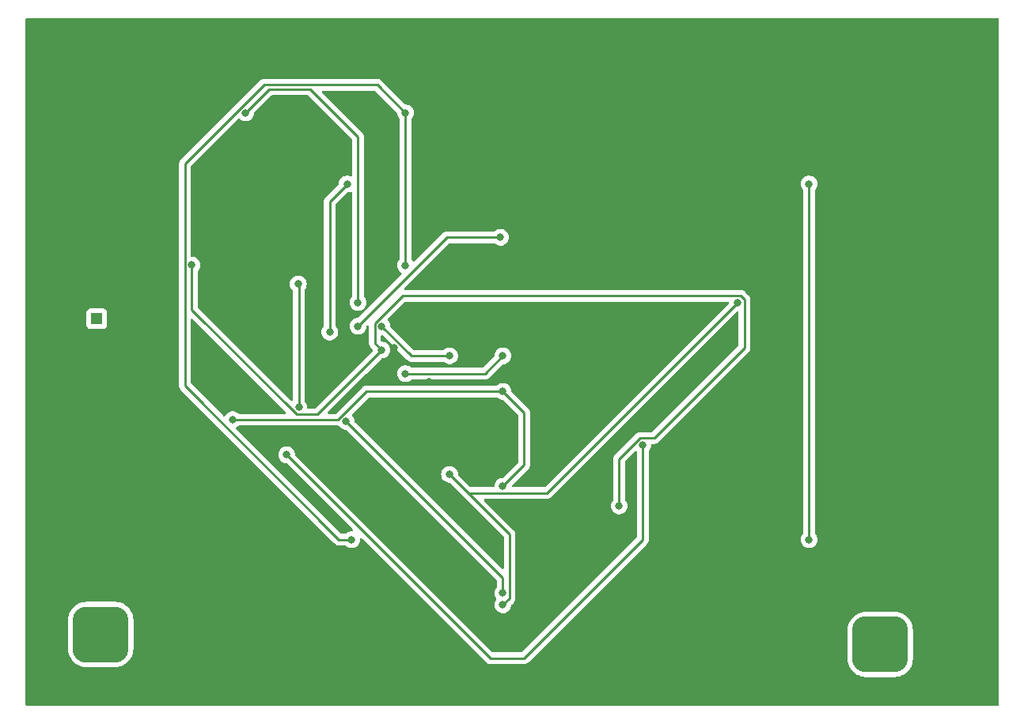
<source format=gbl>
%TF.GenerationSoftware,KiCad,Pcbnew,7.0.2*%
%TF.CreationDate,2023-06-26T22:08:20-07:00*%
%TF.ProjectId,19V 10A Standalone,31395620-3130-4412-9053-74616e64616c,rev?*%
%TF.SameCoordinates,Original*%
%TF.FileFunction,Copper,L2,Bot*%
%TF.FilePolarity,Positive*%
%FSLAX46Y46*%
G04 Gerber Fmt 4.6, Leading zero omitted, Abs format (unit mm)*
G04 Created by KiCad (PCBNEW 7.0.2) date 2023-06-26 22:08:20*
%MOMM*%
%LPD*%
G01*
G04 APERTURE LIST*
G04 Aperture macros list*
%AMRoundRect*
0 Rectangle with rounded corners*
0 $1 Rounding radius*
0 $2 $3 $4 $5 $6 $7 $8 $9 X,Y pos of 4 corners*
0 Add a 4 corners polygon primitive as box body*
4,1,4,$2,$3,$4,$5,$6,$7,$8,$9,$2,$3,0*
0 Add four circle primitives for the rounded corners*
1,1,$1+$1,$2,$3*
1,1,$1+$1,$4,$5*
1,1,$1+$1,$6,$7*
1,1,$1+$1,$8,$9*
0 Add four rect primitives between the rounded corners*
20,1,$1+$1,$2,$3,$4,$5,0*
20,1,$1+$1,$4,$5,$6,$7,0*
20,1,$1+$1,$6,$7,$8,$9,0*
20,1,$1+$1,$8,$9,$2,$3,0*%
G04 Aperture macros list end*
%TA.AperFunction,ComponentPad*%
%ADD10R,1.200000X1.200000*%
%TD*%
%TA.AperFunction,ComponentPad*%
%ADD11C,1.200000*%
%TD*%
%TA.AperFunction,ComponentPad*%
%ADD12RoundRect,1.500000X1.500000X-1.500000X1.500000X1.500000X-1.500000X1.500000X-1.500000X-1.500000X0*%
%TD*%
%TA.AperFunction,ComponentPad*%
%ADD13C,6.000000*%
%TD*%
%TA.AperFunction,ComponentPad*%
%ADD14RoundRect,1.500000X-1.500000X-1.500000X1.500000X-1.500000X1.500000X1.500000X-1.500000X1.500000X0*%
%TD*%
%TA.AperFunction,ViaPad*%
%ADD15C,0.800000*%
%TD*%
%TA.AperFunction,Conductor*%
%ADD16C,0.250000*%
%TD*%
G04 APERTURE END LIST*
D10*
X96520000Y-67790000D03*
D11*
X96520000Y-64290000D03*
D12*
X180340000Y-102660000D03*
D13*
X180340000Y-95460000D03*
D14*
X96940000Y-101600000D03*
D13*
X104140000Y-101600000D03*
D15*
X123774200Y-91440000D03*
X129540000Y-45720000D03*
X129540000Y-62057085D03*
X119500000Y-80250000D03*
X116867155Y-74814087D03*
X137160000Y-50800000D03*
X119380000Y-76200000D03*
X145000000Y-70500000D03*
X138500000Y-80250000D03*
X128287980Y-70892579D03*
X139700000Y-43180000D03*
X153750000Y-73250000D03*
X139700000Y-50800000D03*
X160500000Y-67000000D03*
X132066422Y-74569692D03*
X123000000Y-81000000D03*
X134620000Y-53340000D03*
X131750000Y-85750000D03*
X109000000Y-72000000D03*
X144250000Y-59500000D03*
X129250000Y-80500000D03*
X139700000Y-48260000D03*
X124460000Y-66040000D03*
X112445800Y-45720000D03*
X134264400Y-71755000D03*
X127000000Y-68580000D03*
X172720000Y-91440000D03*
X172720000Y-53340000D03*
X152400000Y-87835000D03*
X127000000Y-71120000D03*
X106680000Y-62037500D03*
X118072275Y-64050123D03*
X118133054Y-77256236D03*
X139966700Y-75565000D03*
X111055842Y-78593300D03*
X139966700Y-85725000D03*
X139966700Y-97155000D03*
X123198384Y-78769339D03*
X139966700Y-71755000D03*
X129540000Y-73660000D03*
X139700000Y-59055000D03*
X124460000Y-68580000D03*
X121450561Y-69203126D03*
X123320000Y-53340000D03*
X154940000Y-81280000D03*
X116840000Y-82357500D03*
X134264400Y-84455000D03*
X165100000Y-66040000D03*
X139966700Y-98425000D03*
D16*
X123774200Y-91440000D02*
X122432000Y-91440000D01*
X105955000Y-74963000D02*
X105955000Y-51185495D01*
X114410495Y-42730000D02*
X126550000Y-42730000D01*
X105955000Y-51185495D02*
X114410495Y-42730000D01*
X126550000Y-42730000D02*
X129540000Y-45720000D01*
X129540000Y-62057085D02*
X129540000Y-45720000D01*
X122432000Y-91440000D02*
X105955000Y-74963000D01*
X124460000Y-66040000D02*
X124460000Y-48260000D01*
X119380000Y-43180000D02*
X114985800Y-43180000D01*
X114985800Y-43180000D02*
X112445800Y-45720000D01*
X124460000Y-48260000D02*
X119380000Y-43180000D01*
X134264400Y-71755000D02*
X130175000Y-71755000D01*
X130175000Y-71755000D02*
X127000000Y-68580000D01*
X172720000Y-91440000D02*
X172720000Y-53340000D01*
X106680000Y-62037500D02*
X106680000Y-66828487D01*
X129239695Y-65315000D02*
X126275000Y-68279695D01*
X126275000Y-70395000D02*
X127000000Y-71120000D01*
X165825000Y-65739695D02*
X165400305Y-65315000D01*
X152400000Y-87835000D02*
X152400000Y-82794695D01*
X156177653Y-80555000D02*
X165825000Y-70907653D01*
X117895852Y-78044339D02*
X120075661Y-78044339D01*
X106680000Y-66828487D02*
X117895852Y-78044339D01*
X120075661Y-78044339D02*
X127000000Y-71120000D01*
X165400305Y-65315000D02*
X129239695Y-65315000D01*
X152400000Y-82794695D02*
X154639695Y-80555000D01*
X126275000Y-68279695D02*
X126275000Y-70395000D01*
X154639695Y-80555000D02*
X156177653Y-80555000D01*
X165825000Y-70907653D02*
X165825000Y-65739695D01*
X118133054Y-64110902D02*
X118133054Y-77256236D01*
X118072275Y-64050123D02*
X118133054Y-64110902D01*
X142240000Y-77838300D02*
X142240000Y-83451700D01*
X111055842Y-78593300D02*
X122349118Y-78593300D01*
X142240000Y-83451700D02*
X139966700Y-85725000D01*
X122349118Y-78593300D02*
X125377418Y-75565000D01*
X139966700Y-75565000D02*
X142240000Y-77838300D01*
X125377418Y-75565000D02*
X139966700Y-75565000D01*
X139966700Y-95537655D02*
X139966700Y-97155000D01*
X123198384Y-78769339D02*
X139966700Y-95537655D01*
X129540000Y-73660000D02*
X138061700Y-73660000D01*
X138061700Y-73660000D02*
X139966700Y-71755000D01*
X133985000Y-59055000D02*
X139700000Y-59055000D01*
X124460000Y-68580000D02*
X133985000Y-59055000D01*
X121450561Y-55209439D02*
X121450561Y-69203126D01*
X123320000Y-53340000D02*
X121450561Y-55209439D01*
X116840000Y-82357500D02*
X138622500Y-104140000D01*
X142240000Y-104140000D02*
X154940000Y-91440000D01*
X154940000Y-91440000D02*
X154940000Y-81280000D01*
X138622500Y-104140000D02*
X142240000Y-104140000D01*
X140691700Y-90882300D02*
X134264400Y-84455000D01*
X165100000Y-66040000D02*
X144690000Y-86450000D01*
X139966700Y-98425000D02*
X140691700Y-97700000D01*
X140691700Y-97700000D02*
X140691700Y-90882300D01*
X144690000Y-86450000D02*
X136259400Y-86450000D01*
X136259400Y-86450000D02*
X134264400Y-84455000D01*
%TA.AperFunction,Conductor*%
G36*
X126306587Y-43375185D02*
G01*
X126327229Y-43391819D01*
X128601038Y-45665628D01*
X128634523Y-45726951D01*
X128636678Y-45740347D01*
X128654326Y-45908257D01*
X128712820Y-46088284D01*
X128807464Y-46252213D01*
X128882650Y-46335714D01*
X128912880Y-46398706D01*
X128914500Y-46418687D01*
X128914500Y-61358397D01*
X128894815Y-61425436D01*
X128882650Y-61441369D01*
X128807466Y-61524868D01*
X128712820Y-61688800D01*
X128654326Y-61868827D01*
X128634540Y-62057084D01*
X128654326Y-62245342D01*
X128712820Y-62425369D01*
X128807466Y-62589301D01*
X128934129Y-62729974D01*
X129097813Y-62848897D01*
X129095806Y-62851659D01*
X129132680Y-62882997D01*
X129153006Y-62949845D01*
X129133965Y-63017070D01*
X129116693Y-63038714D01*
X124512228Y-67643181D01*
X124450905Y-67676666D01*
X124424547Y-67679500D01*
X124365352Y-67679500D01*
X124180197Y-67718855D01*
X124007269Y-67795848D01*
X123854129Y-67907110D01*
X123727466Y-68047783D01*
X123632820Y-68211715D01*
X123574326Y-68391742D01*
X123554540Y-68580000D01*
X123574326Y-68768257D01*
X123632820Y-68948284D01*
X123727466Y-69112216D01*
X123854129Y-69252889D01*
X124007269Y-69364151D01*
X124180197Y-69441144D01*
X124365352Y-69480500D01*
X124365354Y-69480500D01*
X124554648Y-69480500D01*
X124678084Y-69454262D01*
X124739803Y-69441144D01*
X124912730Y-69364151D01*
X125065871Y-69252888D01*
X125192533Y-69112216D01*
X125287179Y-68948284D01*
X125345674Y-68768256D01*
X125363321Y-68600345D01*
X125389905Y-68535732D01*
X125398952Y-68525636D01*
X125437820Y-68486768D01*
X125499141Y-68453285D01*
X125568833Y-68458269D01*
X125624766Y-68500141D01*
X125649183Y-68565605D01*
X125649499Y-68574451D01*
X125649499Y-70312262D01*
X125647236Y-70332771D01*
X125649438Y-70402874D01*
X125649499Y-70406762D01*
X125649499Y-70430461D01*
X125649499Y-70430474D01*
X125649500Y-70434350D01*
X125649986Y-70438202D01*
X125649987Y-70438211D01*
X125650004Y-70438343D01*
X125650918Y-70449967D01*
X125652290Y-70493626D01*
X125657879Y-70512860D01*
X125661825Y-70531916D01*
X125664335Y-70551792D01*
X125680414Y-70592404D01*
X125684197Y-70603451D01*
X125696382Y-70645391D01*
X125706580Y-70662635D01*
X125715136Y-70680100D01*
X125722514Y-70698732D01*
X125722515Y-70698733D01*
X125748180Y-70734059D01*
X125754593Y-70743822D01*
X125776826Y-70781416D01*
X125776829Y-70781419D01*
X125776830Y-70781420D01*
X125790995Y-70795585D01*
X125803627Y-70810375D01*
X125815406Y-70826587D01*
X125849058Y-70854426D01*
X125857699Y-70862289D01*
X126027727Y-71032318D01*
X126061212Y-71093641D01*
X126056228Y-71163333D01*
X126027727Y-71207680D01*
X119852889Y-77382520D01*
X119791566Y-77416005D01*
X119765208Y-77418839D01*
X119159140Y-77418839D01*
X119092101Y-77399154D01*
X119046346Y-77346350D01*
X119035819Y-77281879D01*
X119038514Y-77256236D01*
X119038513Y-77256236D01*
X119018728Y-77067980D01*
X118960233Y-76887952D01*
X118960233Y-76887951D01*
X118865587Y-76724019D01*
X118790404Y-76640520D01*
X118760174Y-76577529D01*
X118758554Y-76557548D01*
X118758554Y-64681308D01*
X118778239Y-64614269D01*
X118790406Y-64598334D01*
X118791000Y-64597674D01*
X118804808Y-64582339D01*
X118899454Y-64418407D01*
X118957949Y-64238379D01*
X118977735Y-64050123D01*
X118957949Y-63861867D01*
X118899454Y-63681839D01*
X118899454Y-63681838D01*
X118804808Y-63517906D01*
X118678145Y-63377233D01*
X118525005Y-63265971D01*
X118352077Y-63188978D01*
X118166923Y-63149623D01*
X118166921Y-63149623D01*
X117977629Y-63149623D01*
X117977627Y-63149623D01*
X117792472Y-63188978D01*
X117619544Y-63265971D01*
X117466404Y-63377233D01*
X117339741Y-63517906D01*
X117245095Y-63681838D01*
X117186601Y-63861865D01*
X117166815Y-64050123D01*
X117186601Y-64238380D01*
X117245095Y-64418407D01*
X117339741Y-64582339D01*
X117475125Y-64732697D01*
X117471794Y-64735695D01*
X117499071Y-64771014D01*
X117507554Y-64816089D01*
X117507554Y-76472088D01*
X117487869Y-76539127D01*
X117435065Y-76584882D01*
X117365907Y-76594826D01*
X117302351Y-76565801D01*
X117295873Y-76559769D01*
X107341819Y-66605715D01*
X107308334Y-66544392D01*
X107305500Y-66518034D01*
X107305500Y-62736187D01*
X107325185Y-62669148D01*
X107337350Y-62653214D01*
X107394898Y-62589301D01*
X107412533Y-62569716D01*
X107507179Y-62405784D01*
X107565674Y-62225756D01*
X107585460Y-62037500D01*
X107565674Y-61849244D01*
X107513543Y-61688801D01*
X107507179Y-61669215D01*
X107412533Y-61505283D01*
X107285870Y-61364610D01*
X107132730Y-61253348D01*
X106959802Y-61176355D01*
X106774648Y-61137000D01*
X106774646Y-61137000D01*
X106704500Y-61137000D01*
X106637461Y-61117315D01*
X106591706Y-61064511D01*
X106580500Y-61013000D01*
X106580499Y-51495946D01*
X106600184Y-51428907D01*
X106616813Y-51408270D01*
X111649111Y-46375972D01*
X111710432Y-46342489D01*
X111780124Y-46347473D01*
X111828940Y-46380683D01*
X111839929Y-46392888D01*
X111839931Y-46392890D01*
X111993069Y-46504151D01*
X112165997Y-46581144D01*
X112351152Y-46620500D01*
X112351154Y-46620500D01*
X112540448Y-46620500D01*
X112663884Y-46594262D01*
X112725603Y-46581144D01*
X112898530Y-46504151D01*
X113016162Y-46418687D01*
X113051670Y-46392889D01*
X113178333Y-46252216D01*
X113272979Y-46088284D01*
X113272978Y-46088284D01*
X113331474Y-45908256D01*
X113349121Y-45740344D01*
X113375704Y-45675734D01*
X113384751Y-45665638D01*
X115208571Y-43841819D01*
X115269895Y-43808334D01*
X115296253Y-43805500D01*
X119069548Y-43805500D01*
X119136587Y-43825185D01*
X119157229Y-43841819D01*
X123798180Y-48482771D01*
X123831665Y-48544094D01*
X123834499Y-48570452D01*
X123834500Y-52392406D01*
X123814815Y-52459445D01*
X123762011Y-52505200D01*
X123692853Y-52515144D01*
X123660065Y-52505686D01*
X123599800Y-52478854D01*
X123414648Y-52439500D01*
X123414646Y-52439500D01*
X123225354Y-52439500D01*
X123225352Y-52439500D01*
X123040197Y-52478855D01*
X122867269Y-52555848D01*
X122714129Y-52667110D01*
X122587466Y-52807783D01*
X122492820Y-52971715D01*
X122434326Y-53151742D01*
X122416679Y-53319649D01*
X122390094Y-53384263D01*
X122381039Y-53394368D01*
X121066769Y-54708638D01*
X121050671Y-54721535D01*
X121002657Y-54772664D01*
X120999953Y-54775455D01*
X120983189Y-54792219D01*
X120983182Y-54792226D01*
X120980441Y-54794968D01*
X120978060Y-54798036D01*
X120978051Y-54798047D01*
X120977972Y-54798150D01*
X120970403Y-54807011D01*
X120940496Y-54838859D01*
X120930846Y-54856413D01*
X120920170Y-54872667D01*
X120907887Y-54888502D01*
X120890536Y-54928597D01*
X120885399Y-54939083D01*
X120864363Y-54977346D01*
X120859382Y-54996748D01*
X120853081Y-55015150D01*
X120845122Y-55033541D01*
X120838289Y-55076681D01*
X120835921Y-55088113D01*
X120825061Y-55130416D01*
X120825061Y-55150455D01*
X120823534Y-55169853D01*
X120820401Y-55189633D01*
X120824511Y-55233112D01*
X120825061Y-55244782D01*
X120825061Y-68504438D01*
X120805376Y-68571477D01*
X120793211Y-68587410D01*
X120718027Y-68670909D01*
X120623381Y-68834841D01*
X120564887Y-69014868D01*
X120545101Y-69203126D01*
X120564887Y-69391383D01*
X120623381Y-69571410D01*
X120718027Y-69735342D01*
X120844690Y-69876015D01*
X120997830Y-69987277D01*
X121170758Y-70064270D01*
X121355913Y-70103626D01*
X121355915Y-70103626D01*
X121545209Y-70103626D01*
X121668644Y-70077388D01*
X121730364Y-70064270D01*
X121903291Y-69987277D01*
X122056432Y-69876014D01*
X122183094Y-69735342D01*
X122277740Y-69571410D01*
X122336235Y-69391382D01*
X122356021Y-69203126D01*
X122336235Y-69014870D01*
X122305893Y-68921489D01*
X122277740Y-68834841D01*
X122183094Y-68670909D01*
X122107911Y-68587410D01*
X122077681Y-68524419D01*
X122076061Y-68504438D01*
X122076061Y-55519891D01*
X122095746Y-55452852D01*
X122112380Y-55432210D01*
X123267772Y-54276819D01*
X123329095Y-54243334D01*
X123355453Y-54240500D01*
X123414648Y-54240500D01*
X123538084Y-54214262D01*
X123599803Y-54201144D01*
X123638224Y-54184037D01*
X123660064Y-54174314D01*
X123729314Y-54165029D01*
X123792590Y-54194657D01*
X123829804Y-54253791D01*
X123834500Y-54287593D01*
X123834499Y-65341312D01*
X123814814Y-65408351D01*
X123802650Y-65424284D01*
X123727464Y-65507786D01*
X123632820Y-65671715D01*
X123574326Y-65851742D01*
X123554540Y-66040000D01*
X123574326Y-66228257D01*
X123632820Y-66408284D01*
X123727466Y-66572216D01*
X123854129Y-66712889D01*
X124007269Y-66824151D01*
X124180197Y-66901144D01*
X124365352Y-66940500D01*
X124365354Y-66940500D01*
X124554648Y-66940500D01*
X124678084Y-66914262D01*
X124739803Y-66901144D01*
X124912730Y-66824151D01*
X125065870Y-66712889D01*
X125192533Y-66572216D01*
X125287179Y-66408284D01*
X125287178Y-66408284D01*
X125345674Y-66228256D01*
X125365460Y-66040000D01*
X125345674Y-65851744D01*
X125305449Y-65727944D01*
X125287179Y-65671715D01*
X125192533Y-65507783D01*
X125117350Y-65424284D01*
X125087120Y-65361293D01*
X125085500Y-65341312D01*
X125085500Y-48342743D01*
X125087764Y-48322239D01*
X125085561Y-48252126D01*
X125085500Y-48248231D01*
X125085500Y-48224540D01*
X125085500Y-48220650D01*
X125084998Y-48216677D01*
X125084080Y-48205018D01*
X125082709Y-48161373D01*
X125077120Y-48142140D01*
X125073174Y-48123082D01*
X125070664Y-48103206D01*
X125054588Y-48062604D01*
X125050804Y-48051553D01*
X125044881Y-48031168D01*
X125038618Y-48009610D01*
X125028414Y-47992355D01*
X125019861Y-47974895D01*
X125012486Y-47956269D01*
X125012486Y-47956268D01*
X124986808Y-47920925D01*
X124980401Y-47911171D01*
X124958169Y-47873579D01*
X124944006Y-47859416D01*
X124931367Y-47844617D01*
X124919595Y-47828413D01*
X124885941Y-47800573D01*
X124877299Y-47792709D01*
X120651772Y-43567181D01*
X120618287Y-43505858D01*
X120623271Y-43436166D01*
X120665143Y-43380233D01*
X120730607Y-43355816D01*
X120739453Y-43355500D01*
X126239548Y-43355500D01*
X126306587Y-43375185D01*
G37*
%TD.AperFunction*%
%TA.AperFunction,Conductor*%
G36*
X164082586Y-65960185D02*
G01*
X164128341Y-66012989D01*
X164138285Y-66082147D01*
X164109260Y-66145703D01*
X164103228Y-66152181D01*
X144467228Y-85788181D01*
X144405905Y-85821666D01*
X144379547Y-85824500D01*
X141051151Y-85824500D01*
X140984112Y-85804815D01*
X140938357Y-85752011D01*
X140928413Y-85682853D01*
X140957438Y-85619297D01*
X140963470Y-85612819D01*
X141788108Y-84788181D01*
X142623786Y-83952502D01*
X142639886Y-83939605D01*
X142641874Y-83937487D01*
X142641877Y-83937486D01*
X142687964Y-83888407D01*
X142690549Y-83885739D01*
X142710120Y-83866170D01*
X142712565Y-83863016D01*
X142720154Y-83854129D01*
X142750062Y-83822282D01*
X142759713Y-83804726D01*
X142770393Y-83788467D01*
X142782674Y-83772636D01*
X142800018Y-83732551D01*
X142805160Y-83722056D01*
X142826197Y-83683792D01*
X142831178Y-83664388D01*
X142837480Y-83645983D01*
X142845438Y-83627595D01*
X142852270Y-83584448D01*
X142854639Y-83573016D01*
X142865500Y-83530720D01*
X142865500Y-83510683D01*
X142867027Y-83491284D01*
X142870160Y-83471504D01*
X142866050Y-83428024D01*
X142865500Y-83416355D01*
X142865500Y-77921043D01*
X142867764Y-77900539D01*
X142865561Y-77830412D01*
X142865500Y-77826518D01*
X142865500Y-77802841D01*
X142865500Y-77798950D01*
X142864998Y-77794983D01*
X142864081Y-77783327D01*
X142862710Y-77739673D01*
X142857118Y-77720426D01*
X142853174Y-77701385D01*
X142850664Y-77681508D01*
X142834579Y-77640883D01*
X142830808Y-77629868D01*
X142818618Y-77587910D01*
X142808414Y-77570655D01*
X142799861Y-77553195D01*
X142792486Y-77534569D01*
X142792486Y-77534568D01*
X142766808Y-77499225D01*
X142760401Y-77489471D01*
X142738169Y-77451879D01*
X142724006Y-77437716D01*
X142711367Y-77422917D01*
X142699595Y-77406713D01*
X142665941Y-77378873D01*
X142657299Y-77371009D01*
X140905660Y-75619369D01*
X140872175Y-75558046D01*
X140870023Y-75544668D01*
X140852374Y-75376744D01*
X140810575Y-75248101D01*
X140793879Y-75196715D01*
X140699233Y-75032783D01*
X140572570Y-74892110D01*
X140419430Y-74780848D01*
X140246502Y-74703855D01*
X140061348Y-74664500D01*
X140061346Y-74664500D01*
X139872054Y-74664500D01*
X139872052Y-74664500D01*
X139686897Y-74703855D01*
X139513972Y-74780847D01*
X139411875Y-74855024D01*
X139360829Y-74892112D01*
X139355101Y-74898472D01*
X139295616Y-74935121D01*
X139262953Y-74939500D01*
X125460162Y-74939500D01*
X125439655Y-74937235D01*
X125369545Y-74939439D01*
X125365650Y-74939500D01*
X125338068Y-74939500D01*
X125334223Y-74939985D01*
X125334198Y-74939987D01*
X125334071Y-74940004D01*
X125322451Y-74940918D01*
X125278787Y-74942290D01*
X125259547Y-74947880D01*
X125240499Y-74951825D01*
X125220627Y-74954335D01*
X125180017Y-74970413D01*
X125168972Y-74974194D01*
X125127028Y-74986381D01*
X125109783Y-74996579D01*
X125092322Y-75005133D01*
X125073685Y-75012512D01*
X125038349Y-75038185D01*
X125028592Y-75044595D01*
X124990998Y-75066829D01*
X124976831Y-75080996D01*
X124962042Y-75093626D01*
X124945831Y-75105404D01*
X124917990Y-75139058D01*
X124910129Y-75147697D01*
X122126346Y-77931481D01*
X122065023Y-77964966D01*
X122038665Y-77967800D01*
X121336152Y-77967800D01*
X121269113Y-77948115D01*
X121223358Y-77895311D01*
X121213414Y-77826153D01*
X121242439Y-77762597D01*
X121248471Y-77756119D01*
X124018209Y-74986382D01*
X125344592Y-73659999D01*
X128634540Y-73659999D01*
X128654326Y-73848257D01*
X128712820Y-74028284D01*
X128807466Y-74192216D01*
X128934129Y-74332889D01*
X129087269Y-74444151D01*
X129260197Y-74521144D01*
X129445352Y-74560500D01*
X129445354Y-74560500D01*
X129634648Y-74560500D01*
X129758084Y-74534262D01*
X129819803Y-74521144D01*
X129992730Y-74444151D01*
X130145871Y-74332888D01*
X130151598Y-74326527D01*
X130211084Y-74289879D01*
X130243747Y-74285500D01*
X137978956Y-74285500D01*
X137999462Y-74287764D01*
X138002365Y-74287672D01*
X138002367Y-74287673D01*
X138069572Y-74285561D01*
X138073468Y-74285500D01*
X138097148Y-74285500D01*
X138101050Y-74285500D01*
X138105013Y-74284999D01*
X138116662Y-74284080D01*
X138160327Y-74282709D01*
X138179559Y-74277120D01*
X138198618Y-74273174D01*
X138204896Y-74272381D01*
X138218492Y-74270664D01*
X138259107Y-74254582D01*
X138270144Y-74250803D01*
X138312090Y-74238618D01*
X138329329Y-74228422D01*
X138346802Y-74219862D01*
X138365432Y-74212486D01*
X138400764Y-74186814D01*
X138410530Y-74180400D01*
X138448118Y-74158171D01*
X138448117Y-74158171D01*
X138448120Y-74158170D01*
X138462285Y-74144004D01*
X138477073Y-74131373D01*
X138493287Y-74119594D01*
X138521138Y-74085926D01*
X138528979Y-74077309D01*
X139914471Y-72691819D01*
X139975795Y-72658334D01*
X140002153Y-72655500D01*
X140061348Y-72655500D01*
X140184783Y-72629262D01*
X140246503Y-72616144D01*
X140419430Y-72539151D01*
X140572571Y-72427888D01*
X140699233Y-72287216D01*
X140793879Y-72123284D01*
X140852374Y-71943256D01*
X140872160Y-71755000D01*
X140852374Y-71566744D01*
X140822032Y-71473363D01*
X140793879Y-71386715D01*
X140699233Y-71222783D01*
X140572570Y-71082110D01*
X140419430Y-70970848D01*
X140246502Y-70893855D01*
X140061348Y-70854500D01*
X140061346Y-70854500D01*
X139872054Y-70854500D01*
X139872052Y-70854500D01*
X139686897Y-70893855D01*
X139513969Y-70970848D01*
X139360829Y-71082110D01*
X139234166Y-71222783D01*
X139139520Y-71386715D01*
X139081026Y-71566742D01*
X139063379Y-71734649D01*
X139036794Y-71799263D01*
X139027739Y-71809368D01*
X137838928Y-72998181D01*
X137777605Y-73031666D01*
X137751247Y-73034500D01*
X130243747Y-73034500D01*
X130176708Y-73014815D01*
X130151599Y-72993473D01*
X130145871Y-72987112D01*
X129992730Y-72875849D01*
X129992729Y-72875848D01*
X129992727Y-72875847D01*
X129819802Y-72798855D01*
X129634648Y-72759500D01*
X129634646Y-72759500D01*
X129445354Y-72759500D01*
X129445352Y-72759500D01*
X129260197Y-72798855D01*
X129087269Y-72875848D01*
X128934129Y-72987110D01*
X128807466Y-73127783D01*
X128712820Y-73291715D01*
X128654326Y-73471742D01*
X128634540Y-73659999D01*
X125344592Y-73659999D01*
X126947771Y-72056819D01*
X127009095Y-72023334D01*
X127035453Y-72020500D01*
X127094648Y-72020500D01*
X127218083Y-71994262D01*
X127279803Y-71981144D01*
X127452730Y-71904151D01*
X127605871Y-71792888D01*
X127732533Y-71652216D01*
X127827179Y-71488284D01*
X127885674Y-71308256D01*
X127905460Y-71120000D01*
X127885674Y-70931744D01*
X127841431Y-70795579D01*
X127827179Y-70751715D01*
X127732533Y-70587783D01*
X127605870Y-70447110D01*
X127452730Y-70335848D01*
X127279802Y-70258855D01*
X127094648Y-70219500D01*
X127094646Y-70219500D01*
X127035453Y-70219500D01*
X126968414Y-70199815D01*
X126947772Y-70183181D01*
X126936818Y-70172227D01*
X126903333Y-70110904D01*
X126900500Y-70084555D01*
X126900500Y-69664452D01*
X126920185Y-69597412D01*
X126972989Y-69551658D01*
X127042147Y-69541714D01*
X127105703Y-69570739D01*
X127112180Y-69576770D01*
X128393561Y-70858152D01*
X129674196Y-72138787D01*
X129687096Y-72154888D01*
X129738223Y-72202900D01*
X129741020Y-72205611D01*
X129760529Y-72225120D01*
X129763709Y-72227587D01*
X129772571Y-72235155D01*
X129804418Y-72265062D01*
X129821972Y-72274712D01*
X129838236Y-72285396D01*
X129849972Y-72294499D01*
X129854064Y-72297673D01*
X129878909Y-72308424D01*
X129894152Y-72315021D01*
X129904631Y-72320154D01*
X129942908Y-72341197D01*
X129962306Y-72346177D01*
X129980708Y-72352477D01*
X129999104Y-72360438D01*
X130042261Y-72367273D01*
X130053664Y-72369634D01*
X130095981Y-72380500D01*
X130116016Y-72380500D01*
X130135413Y-72382026D01*
X130155196Y-72385160D01*
X130198674Y-72381050D01*
X130210344Y-72380500D01*
X133560653Y-72380500D01*
X133627692Y-72400185D01*
X133652800Y-72421526D01*
X133658529Y-72427888D01*
X133811670Y-72539151D01*
X133811671Y-72539151D01*
X133811672Y-72539152D01*
X133984597Y-72616144D01*
X134169752Y-72655500D01*
X134169754Y-72655500D01*
X134359048Y-72655500D01*
X134482483Y-72629262D01*
X134544203Y-72616144D01*
X134717130Y-72539151D01*
X134870271Y-72427888D01*
X134996933Y-72287216D01*
X135091579Y-72123284D01*
X135150074Y-71943256D01*
X135169860Y-71755000D01*
X135150074Y-71566744D01*
X135119732Y-71473363D01*
X135091579Y-71386715D01*
X134996933Y-71222783D01*
X134870270Y-71082110D01*
X134717130Y-70970848D01*
X134544202Y-70893855D01*
X134359048Y-70854500D01*
X134359046Y-70854500D01*
X134169754Y-70854500D01*
X134169752Y-70854500D01*
X133984597Y-70893855D01*
X133811672Y-70970847D01*
X133789894Y-70986670D01*
X133658529Y-71082112D01*
X133652801Y-71088472D01*
X133593316Y-71125121D01*
X133560653Y-71129500D01*
X130485452Y-71129500D01*
X130418413Y-71109815D01*
X130397771Y-71093181D01*
X127938960Y-68634369D01*
X127905475Y-68573046D01*
X127903323Y-68559668D01*
X127885674Y-68391744D01*
X127827179Y-68211716D01*
X127827179Y-68211715D01*
X127732533Y-68047783D01*
X127649690Y-67955777D01*
X127619460Y-67892786D01*
X127628085Y-67823450D01*
X127654156Y-67785127D01*
X129462466Y-65976819D01*
X129523790Y-65943334D01*
X129550148Y-65940500D01*
X164015547Y-65940500D01*
X164082586Y-65960185D01*
G37*
%TD.AperFunction*%
%TA.AperFunction,Conductor*%
G36*
X165118834Y-67008270D02*
G01*
X165174767Y-67050142D01*
X165199184Y-67115606D01*
X165199500Y-67124452D01*
X165199500Y-70597200D01*
X165179815Y-70664239D01*
X165163181Y-70684881D01*
X155954881Y-79893181D01*
X155893558Y-79926666D01*
X155867200Y-79929500D01*
X154722436Y-79929500D01*
X154701932Y-79927236D01*
X154631840Y-79929439D01*
X154627946Y-79929500D01*
X154600345Y-79929500D01*
X154596494Y-79929986D01*
X154596463Y-79929988D01*
X154596335Y-79930005D01*
X154584723Y-79930918D01*
X154541063Y-79932290D01*
X154521823Y-79937880D01*
X154502776Y-79941825D01*
X154482904Y-79944335D01*
X154442294Y-79960413D01*
X154431249Y-79964194D01*
X154389305Y-79976381D01*
X154372060Y-79986579D01*
X154354599Y-79995133D01*
X154335962Y-80002512D01*
X154300626Y-80028185D01*
X154290869Y-80034595D01*
X154253275Y-80056829D01*
X154239108Y-80070996D01*
X154224319Y-80083626D01*
X154208108Y-80095404D01*
X154180267Y-80129058D01*
X154172406Y-80137697D01*
X152016208Y-82293894D01*
X152000110Y-82306791D01*
X151952096Y-82357920D01*
X151949392Y-82360711D01*
X151932628Y-82377475D01*
X151932621Y-82377482D01*
X151929880Y-82380224D01*
X151927499Y-82383292D01*
X151927490Y-82383303D01*
X151927411Y-82383406D01*
X151919842Y-82392267D01*
X151889935Y-82424115D01*
X151880285Y-82441669D01*
X151869609Y-82457923D01*
X151857326Y-82473758D01*
X151839975Y-82513853D01*
X151834838Y-82524339D01*
X151813802Y-82562602D01*
X151808821Y-82582004D01*
X151802520Y-82600406D01*
X151794561Y-82618797D01*
X151787728Y-82661937D01*
X151785360Y-82673369D01*
X151774500Y-82715672D01*
X151774500Y-82735711D01*
X151772973Y-82755109D01*
X151769840Y-82774889D01*
X151773950Y-82818368D01*
X151774500Y-82830038D01*
X151774500Y-87136312D01*
X151754815Y-87203351D01*
X151742650Y-87219284D01*
X151667466Y-87302783D01*
X151572820Y-87466715D01*
X151514326Y-87646742D01*
X151494540Y-87835000D01*
X151514326Y-88023257D01*
X151572820Y-88203284D01*
X151667466Y-88367216D01*
X151794129Y-88507889D01*
X151947269Y-88619151D01*
X152120197Y-88696144D01*
X152305352Y-88735500D01*
X152305354Y-88735500D01*
X152494648Y-88735500D01*
X152618084Y-88709262D01*
X152679803Y-88696144D01*
X152852730Y-88619151D01*
X153005871Y-88507888D01*
X153132533Y-88367216D01*
X153227179Y-88203284D01*
X153285674Y-88023256D01*
X153305460Y-87835000D01*
X153285674Y-87646744D01*
X153227179Y-87466716D01*
X153227179Y-87466715D01*
X153132533Y-87302783D01*
X153057350Y-87219284D01*
X153027120Y-87156293D01*
X153025500Y-87136312D01*
X153025500Y-83105147D01*
X153045185Y-83038108D01*
X153061819Y-83017466D01*
X154102819Y-81976466D01*
X154164142Y-81942981D01*
X154233834Y-81947965D01*
X154289767Y-81989837D01*
X154314184Y-82055301D01*
X154314500Y-82064147D01*
X154314500Y-91129546D01*
X154294815Y-91196585D01*
X154278181Y-91217227D01*
X142017228Y-103478181D01*
X141955905Y-103511666D01*
X141929547Y-103514500D01*
X138932952Y-103514500D01*
X138865913Y-103494815D01*
X138845271Y-103478181D01*
X117778960Y-82411869D01*
X117745475Y-82350546D01*
X117743323Y-82337168D01*
X117725674Y-82169244D01*
X117691526Y-82064147D01*
X117667179Y-81989215D01*
X117572533Y-81825283D01*
X117445870Y-81684610D01*
X117292730Y-81573348D01*
X117119802Y-81496355D01*
X116934648Y-81457000D01*
X116934646Y-81457000D01*
X116745354Y-81457000D01*
X116745352Y-81457000D01*
X116560197Y-81496355D01*
X116387269Y-81573348D01*
X116234129Y-81684610D01*
X116107466Y-81825283D01*
X116012820Y-81989215D01*
X115954326Y-82169242D01*
X115939647Y-82308909D01*
X115934540Y-82357500D01*
X115936525Y-82376384D01*
X115954326Y-82545757D01*
X116012820Y-82725784D01*
X116107466Y-82889716D01*
X116234129Y-83030389D01*
X116387269Y-83141651D01*
X116560197Y-83218644D01*
X116745352Y-83258000D01*
X116745354Y-83258000D01*
X116804548Y-83258000D01*
X116871587Y-83277685D01*
X116892229Y-83294319D01*
X123925728Y-90327819D01*
X123959213Y-90389142D01*
X123954229Y-90458834D01*
X123912357Y-90514767D01*
X123846893Y-90539184D01*
X123838047Y-90539500D01*
X123679552Y-90539500D01*
X123494397Y-90578855D01*
X123321472Y-90655847D01*
X123288969Y-90679462D01*
X123168329Y-90767112D01*
X123162601Y-90773472D01*
X123103116Y-90810121D01*
X123070453Y-90814500D01*
X122742452Y-90814500D01*
X122675413Y-90794815D01*
X122654771Y-90778181D01*
X111460031Y-79583441D01*
X111426546Y-79522118D01*
X111431530Y-79452426D01*
X111473402Y-79396493D01*
X111497277Y-79382480D01*
X111508572Y-79377451D01*
X111508571Y-79377450D01*
X111661713Y-79266188D01*
X111667440Y-79259827D01*
X111726926Y-79223179D01*
X111759589Y-79218800D01*
X122266374Y-79218800D01*
X122286879Y-79221064D01*
X122289783Y-79220972D01*
X122289785Y-79220973D01*
X122342843Y-79219305D01*
X122410466Y-79236874D01*
X122454124Y-79281244D01*
X122465850Y-79301555D01*
X122592513Y-79442228D01*
X122745653Y-79553490D01*
X122918581Y-79630483D01*
X123103736Y-79669839D01*
X123103738Y-79669839D01*
X123162932Y-79669839D01*
X123229971Y-79689524D01*
X123250613Y-79706158D01*
X139304881Y-95760426D01*
X139338366Y-95821749D01*
X139341200Y-95848107D01*
X139341200Y-96456312D01*
X139321515Y-96523351D01*
X139309350Y-96539284D01*
X139234166Y-96622783D01*
X139139520Y-96786715D01*
X139081026Y-96966742D01*
X139061240Y-97154999D01*
X139081026Y-97343257D01*
X139139520Y-97523284D01*
X139234166Y-97687216D01*
X139252005Y-97707028D01*
X139282235Y-97770020D01*
X139273609Y-97839355D01*
X139252005Y-97872972D01*
X139234166Y-97892783D01*
X139139520Y-98056715D01*
X139081026Y-98236742D01*
X139061240Y-98425000D01*
X139081026Y-98613257D01*
X139139520Y-98793284D01*
X139234166Y-98957216D01*
X139360829Y-99097889D01*
X139513969Y-99209151D01*
X139686897Y-99286144D01*
X139872052Y-99325500D01*
X139872054Y-99325500D01*
X140061348Y-99325500D01*
X140184783Y-99299262D01*
X140246503Y-99286144D01*
X140419430Y-99209151D01*
X140572571Y-99097888D01*
X140699233Y-98957216D01*
X140793879Y-98793284D01*
X140852374Y-98613256D01*
X140870021Y-98445344D01*
X140896604Y-98380734D01*
X140905651Y-98370638D01*
X141075489Y-98200800D01*
X141091585Y-98187906D01*
X141093573Y-98185787D01*
X141093577Y-98185786D01*
X141139649Y-98136723D01*
X141142234Y-98134055D01*
X141161820Y-98114471D01*
X141164285Y-98111292D01*
X141171867Y-98102416D01*
X141174457Y-98099658D01*
X141201762Y-98070582D01*
X141211412Y-98053027D01*
X141222100Y-98036757D01*
X141234371Y-98020938D01*
X141234373Y-98020936D01*
X141251726Y-97980832D01*
X141256857Y-97970362D01*
X141277897Y-97932092D01*
X141282875Y-97912699D01*
X141289181Y-97894282D01*
X141290718Y-97890728D01*
X141297138Y-97875896D01*
X141303972Y-97832745D01*
X141306335Y-97821331D01*
X141317200Y-97779019D01*
X141317200Y-97758982D01*
X141318727Y-97739584D01*
X141321860Y-97719804D01*
X141317750Y-97676324D01*
X141317200Y-97664655D01*
X141317200Y-90965043D01*
X141319464Y-90944539D01*
X141318386Y-90910243D01*
X141317261Y-90874426D01*
X141317200Y-90870531D01*
X141317200Y-90846840D01*
X141317200Y-90842950D01*
X141316698Y-90838977D01*
X141315780Y-90827318D01*
X141315377Y-90814500D01*
X141314409Y-90783673D01*
X141308820Y-90764440D01*
X141304874Y-90745382D01*
X141302364Y-90725506D01*
X141286288Y-90684904D01*
X141282504Y-90673853D01*
X141276581Y-90653468D01*
X141270318Y-90631910D01*
X141260114Y-90614655D01*
X141251561Y-90597195D01*
X141244300Y-90578856D01*
X141244186Y-90578568D01*
X141218508Y-90543225D01*
X141212101Y-90533471D01*
X141189870Y-90495880D01*
X141175705Y-90481715D01*
X141163067Y-90466917D01*
X141151295Y-90450713D01*
X141117641Y-90422873D01*
X141108999Y-90415009D01*
X137981172Y-87287181D01*
X137947687Y-87225858D01*
X137952671Y-87156166D01*
X137994543Y-87100233D01*
X138060007Y-87075816D01*
X138068853Y-87075500D01*
X144607256Y-87075500D01*
X144627762Y-87077764D01*
X144630665Y-87077672D01*
X144630667Y-87077673D01*
X144697872Y-87075561D01*
X144701768Y-87075500D01*
X144725448Y-87075500D01*
X144729350Y-87075500D01*
X144733313Y-87074999D01*
X144744962Y-87074080D01*
X144788627Y-87072709D01*
X144807859Y-87067120D01*
X144826918Y-87063174D01*
X144833196Y-87062381D01*
X144846792Y-87060664D01*
X144887407Y-87044582D01*
X144898444Y-87040803D01*
X144940390Y-87028618D01*
X144957629Y-87018422D01*
X144975102Y-87009862D01*
X144993732Y-87002486D01*
X145029064Y-86976814D01*
X145038830Y-86970400D01*
X145076418Y-86948171D01*
X145076417Y-86948171D01*
X145076420Y-86948170D01*
X145090585Y-86934004D01*
X145105373Y-86921373D01*
X145121587Y-86909594D01*
X145149438Y-86875926D01*
X145157279Y-86867309D01*
X164987821Y-67036769D01*
X165049142Y-67003286D01*
X165118834Y-67008270D01*
G37*
%TD.AperFunction*%
%TA.AperFunction,Conductor*%
G36*
X139329992Y-76210185D02*
G01*
X139355100Y-76231526D01*
X139360829Y-76237888D01*
X139513970Y-76349151D01*
X139513971Y-76349151D01*
X139513972Y-76349152D01*
X139686897Y-76426144D01*
X139872052Y-76465500D01*
X139872054Y-76465500D01*
X139931248Y-76465500D01*
X139998287Y-76485185D01*
X140018929Y-76501819D01*
X141578181Y-78061071D01*
X141611666Y-78122394D01*
X141614500Y-78148752D01*
X141614500Y-83141247D01*
X141594815Y-83208286D01*
X141578181Y-83228928D01*
X140018928Y-84788181D01*
X139957605Y-84821666D01*
X139931247Y-84824500D01*
X139872052Y-84824500D01*
X139686897Y-84863855D01*
X139513969Y-84940848D01*
X139360829Y-85052110D01*
X139234166Y-85192783D01*
X139139520Y-85356715D01*
X139081026Y-85536742D01*
X139062453Y-85713461D01*
X139035868Y-85778076D01*
X138978571Y-85818061D01*
X138939132Y-85824500D01*
X136569853Y-85824500D01*
X136502814Y-85804815D01*
X136482172Y-85788181D01*
X135203360Y-84509369D01*
X135169875Y-84448046D01*
X135167723Y-84434668D01*
X135150074Y-84266744D01*
X135091579Y-84086716D01*
X135091579Y-84086715D01*
X134996933Y-83922783D01*
X134870270Y-83782110D01*
X134717130Y-83670848D01*
X134544202Y-83593855D01*
X134359048Y-83554500D01*
X134359046Y-83554500D01*
X134169754Y-83554500D01*
X134169752Y-83554500D01*
X133984597Y-83593855D01*
X133811669Y-83670848D01*
X133658529Y-83782110D01*
X133531866Y-83922783D01*
X133437220Y-84086715D01*
X133378726Y-84266742D01*
X133358940Y-84455000D01*
X133378726Y-84643257D01*
X133437220Y-84823284D01*
X133531866Y-84987216D01*
X133658529Y-85127889D01*
X133811669Y-85239151D01*
X133984597Y-85316144D01*
X134169752Y-85355500D01*
X134169754Y-85355500D01*
X134228948Y-85355500D01*
X134295987Y-85375185D01*
X134316629Y-85391819D01*
X135758596Y-86833787D01*
X135771496Y-86849888D01*
X135822623Y-86897900D01*
X135825420Y-86900611D01*
X135853608Y-86928799D01*
X135853614Y-86928804D01*
X140029882Y-91105072D01*
X140063366Y-91166393D01*
X140066200Y-91192751D01*
X140066200Y-94453202D01*
X140046515Y-94520241D01*
X139993711Y-94565996D01*
X139924553Y-94575940D01*
X139860997Y-94546915D01*
X139854519Y-94540883D01*
X124137344Y-78823708D01*
X124103859Y-78762385D01*
X124101707Y-78749007D01*
X124084058Y-78581083D01*
X124025563Y-78401055D01*
X124025563Y-78401054D01*
X123930917Y-78237122D01*
X123848074Y-78145116D01*
X123817844Y-78082125D01*
X123826469Y-78012789D01*
X123852540Y-77974466D01*
X125600189Y-76226819D01*
X125661513Y-76193334D01*
X125687871Y-76190500D01*
X139262953Y-76190500D01*
X139329992Y-76210185D01*
G37*
%TD.AperFunction*%
%TA.AperFunction,Conductor*%
G36*
X106785702Y-67819225D02*
G01*
X106792180Y-67825257D01*
X116723041Y-77756119D01*
X116756526Y-77817442D01*
X116751542Y-77887134D01*
X116709670Y-77943067D01*
X116644206Y-77967484D01*
X116635360Y-77967800D01*
X111759589Y-77967800D01*
X111692550Y-77948115D01*
X111667441Y-77926773D01*
X111661713Y-77920412D01*
X111508572Y-77809149D01*
X111508571Y-77809148D01*
X111508569Y-77809147D01*
X111335644Y-77732155D01*
X111150490Y-77692800D01*
X111150488Y-77692800D01*
X110961196Y-77692800D01*
X110961194Y-77692800D01*
X110776039Y-77732155D01*
X110603111Y-77809148D01*
X110449971Y-77920410D01*
X110323308Y-78061084D01*
X110262956Y-78165617D01*
X110212389Y-78213833D01*
X110143782Y-78227055D01*
X110078917Y-78201087D01*
X110067888Y-78191298D01*
X106616818Y-74740228D01*
X106583333Y-74678905D01*
X106580499Y-74652547D01*
X106580499Y-71163333D01*
X106580499Y-67912934D01*
X106600184Y-67845899D01*
X106652988Y-67800144D01*
X106722146Y-67790200D01*
X106785702Y-67819225D01*
G37*
%TD.AperFunction*%
%TA.AperFunction,Conductor*%
G36*
X192982539Y-35580185D02*
G01*
X193028294Y-35632989D01*
X193039500Y-35684500D01*
X193039500Y-109095500D01*
X193019815Y-109162539D01*
X192967011Y-109208294D01*
X192915500Y-109219500D01*
X89024500Y-109219500D01*
X88957461Y-109199815D01*
X88911706Y-109147011D01*
X88900500Y-109095500D01*
X88900500Y-103171448D01*
X93439500Y-103171448D01*
X93439657Y-103173656D01*
X93439658Y-103173658D01*
X93454804Y-103385429D01*
X93515629Y-103665041D01*
X93615634Y-103933163D01*
X93752772Y-104184313D01*
X93838517Y-104298855D01*
X93924261Y-104413395D01*
X94126605Y-104615739D01*
X94272622Y-104725046D01*
X94355686Y-104787227D01*
X94495435Y-104863535D01*
X94606839Y-104924367D01*
X94874954Y-105024369D01*
X94874957Y-105024369D01*
X94874958Y-105024370D01*
X94927217Y-105035738D01*
X95154572Y-105085196D01*
X95368552Y-105100500D01*
X95370767Y-105100500D01*
X98509233Y-105100500D01*
X98511448Y-105100500D01*
X98725428Y-105085196D01*
X99005046Y-105024369D01*
X99273161Y-104924367D01*
X99524315Y-104787226D01*
X99753395Y-104615739D01*
X99955739Y-104413395D01*
X100127226Y-104184315D01*
X100264367Y-103933161D01*
X100364369Y-103665046D01*
X100425196Y-103385428D01*
X100440500Y-103171448D01*
X100440500Y-100028552D01*
X100425196Y-99814572D01*
X100364369Y-99534954D01*
X100264367Y-99266839D01*
X100172113Y-99097889D01*
X100127227Y-99015686D01*
X100083457Y-98957216D01*
X99955739Y-98786605D01*
X99753395Y-98584261D01*
X99638854Y-98498517D01*
X99524313Y-98412772D01*
X99273163Y-98275634D01*
X99273162Y-98275633D01*
X99273161Y-98275633D01*
X99046576Y-98191121D01*
X99005041Y-98175629D01*
X98725429Y-98114804D01*
X98513658Y-98099658D01*
X98513656Y-98099657D01*
X98511448Y-98099500D01*
X95368552Y-98099500D01*
X95366344Y-98099657D01*
X95366341Y-98099658D01*
X95154570Y-98114804D01*
X94874958Y-98175629D01*
X94606836Y-98275634D01*
X94355686Y-98412772D01*
X94126602Y-98584263D01*
X93924263Y-98786602D01*
X93752772Y-99015686D01*
X93615634Y-99266836D01*
X93515629Y-99534958D01*
X93454804Y-99814570D01*
X93454804Y-99814572D01*
X93439500Y-100028552D01*
X93439500Y-103171448D01*
X88900500Y-103171448D01*
X88900500Y-68434578D01*
X95419500Y-68434578D01*
X95419501Y-68437872D01*
X95419853Y-68441152D01*
X95419854Y-68441159D01*
X95424757Y-68486770D01*
X95425909Y-68497483D01*
X95476204Y-68632331D01*
X95562454Y-68747546D01*
X95677669Y-68833796D01*
X95812517Y-68884091D01*
X95872127Y-68890500D01*
X97167872Y-68890499D01*
X97227483Y-68884091D01*
X97362331Y-68833796D01*
X97477546Y-68747546D01*
X97563796Y-68632331D01*
X97614091Y-68497483D01*
X97620500Y-68437873D01*
X97620499Y-67142128D01*
X97614091Y-67082517D01*
X97563796Y-66947669D01*
X97477546Y-66832454D01*
X97362331Y-66746204D01*
X97227483Y-66695909D01*
X97167873Y-66689500D01*
X97164550Y-66689500D01*
X95875439Y-66689500D01*
X95875420Y-66689500D01*
X95872128Y-66689501D01*
X95868848Y-66689853D01*
X95868840Y-66689854D01*
X95812515Y-66695909D01*
X95677669Y-66746204D01*
X95562454Y-66832454D01*
X95476204Y-66947668D01*
X95425910Y-67082515D01*
X95425909Y-67082517D01*
X95419500Y-67142127D01*
X95419500Y-67145448D01*
X95419500Y-67145449D01*
X95419500Y-68434560D01*
X95419500Y-68434578D01*
X88900500Y-68434578D01*
X88900500Y-51165689D01*
X105324840Y-51165689D01*
X105328950Y-51209168D01*
X105329500Y-51220838D01*
X105329500Y-74880255D01*
X105327235Y-74900766D01*
X105329438Y-74970874D01*
X105329499Y-74974763D01*
X105329499Y-74998461D01*
X105329499Y-74998474D01*
X105329500Y-75002350D01*
X105329986Y-75006202D01*
X105329987Y-75006211D01*
X105330004Y-75006343D01*
X105330918Y-75017967D01*
X105332290Y-75061626D01*
X105337879Y-75080860D01*
X105341825Y-75099916D01*
X105344335Y-75119792D01*
X105360414Y-75160404D01*
X105364197Y-75171451D01*
X105376382Y-75213391D01*
X105386580Y-75230635D01*
X105395136Y-75248100D01*
X105402514Y-75266732D01*
X105402515Y-75266733D01*
X105428180Y-75302059D01*
X105434593Y-75311822D01*
X105456826Y-75349416D01*
X105456829Y-75349419D01*
X105456830Y-75349420D01*
X105470995Y-75363585D01*
X105483627Y-75378375D01*
X105495406Y-75394587D01*
X105529058Y-75422426D01*
X105537699Y-75430289D01*
X121931196Y-91823787D01*
X121944096Y-91839888D01*
X121995223Y-91887900D01*
X121998020Y-91890611D01*
X122017529Y-91910120D01*
X122020709Y-91912587D01*
X122029571Y-91920155D01*
X122061418Y-91950062D01*
X122078972Y-91959712D01*
X122095236Y-91970396D01*
X122106972Y-91979499D01*
X122111064Y-91982673D01*
X122135909Y-91993424D01*
X122151152Y-92000021D01*
X122161631Y-92005154D01*
X122199908Y-92026197D01*
X122219306Y-92031177D01*
X122237708Y-92037477D01*
X122256104Y-92045438D01*
X122299261Y-92052273D01*
X122310664Y-92054634D01*
X122352981Y-92065500D01*
X122373016Y-92065500D01*
X122392413Y-92067026D01*
X122412196Y-92070160D01*
X122455674Y-92066050D01*
X122467344Y-92065500D01*
X123070453Y-92065500D01*
X123137492Y-92085185D01*
X123162600Y-92106526D01*
X123168329Y-92112888D01*
X123321470Y-92224151D01*
X123321471Y-92224151D01*
X123321472Y-92224152D01*
X123494397Y-92301144D01*
X123679552Y-92340500D01*
X123679554Y-92340500D01*
X123868848Y-92340500D01*
X123992283Y-92314262D01*
X124054003Y-92301144D01*
X124226930Y-92224151D01*
X124380071Y-92112888D01*
X124506733Y-91972216D01*
X124601379Y-91808284D01*
X124659874Y-91628256D01*
X124679660Y-91440000D01*
X124674186Y-91387920D01*
X124686755Y-91319192D01*
X124734487Y-91268168D01*
X124802228Y-91251050D01*
X124868469Y-91273272D01*
X124885188Y-91287279D01*
X138121696Y-104523787D01*
X138134596Y-104539888D01*
X138185723Y-104587900D01*
X138188520Y-104590611D01*
X138208029Y-104610120D01*
X138211209Y-104612587D01*
X138220071Y-104620155D01*
X138251918Y-104650062D01*
X138269472Y-104659712D01*
X138285736Y-104670396D01*
X138297472Y-104679499D01*
X138301564Y-104682673D01*
X138326409Y-104693424D01*
X138341652Y-104700021D01*
X138352131Y-104705154D01*
X138390408Y-104726197D01*
X138409806Y-104731177D01*
X138428208Y-104737477D01*
X138446604Y-104745438D01*
X138489761Y-104752273D01*
X138501164Y-104754634D01*
X138543481Y-104765500D01*
X138563516Y-104765500D01*
X138582913Y-104767026D01*
X138602696Y-104770160D01*
X138646174Y-104766050D01*
X138657844Y-104765500D01*
X142157256Y-104765500D01*
X142177762Y-104767764D01*
X142180665Y-104767672D01*
X142180667Y-104767673D01*
X142247872Y-104765561D01*
X142251768Y-104765500D01*
X142275448Y-104765500D01*
X142279350Y-104765500D01*
X142283313Y-104764999D01*
X142294962Y-104764080D01*
X142338627Y-104762709D01*
X142357859Y-104757120D01*
X142376918Y-104753174D01*
X142384091Y-104752268D01*
X142396792Y-104750664D01*
X142437407Y-104734582D01*
X142448444Y-104730803D01*
X142490390Y-104718618D01*
X142507629Y-104708422D01*
X142525102Y-104699862D01*
X142543732Y-104692486D01*
X142579064Y-104666814D01*
X142588830Y-104660400D01*
X142626418Y-104638171D01*
X142626417Y-104638171D01*
X142626420Y-104638170D01*
X142640585Y-104624004D01*
X142655373Y-104611373D01*
X142671587Y-104599594D01*
X142699438Y-104565926D01*
X142707279Y-104557309D01*
X143033140Y-104231448D01*
X176839500Y-104231448D01*
X176839657Y-104233656D01*
X176839658Y-104233658D01*
X176854804Y-104445429D01*
X176915629Y-104725041D01*
X176917917Y-104731176D01*
X176989973Y-104924365D01*
X177015634Y-104993163D01*
X177152772Y-105244313D01*
X177238517Y-105358855D01*
X177324261Y-105473395D01*
X177526605Y-105675739D01*
X177698415Y-105804354D01*
X177755686Y-105847227D01*
X177895435Y-105923535D01*
X178006839Y-105984367D01*
X178274954Y-106084369D01*
X178274957Y-106084369D01*
X178274958Y-106084370D01*
X178327217Y-106095738D01*
X178554572Y-106145196D01*
X178768552Y-106160500D01*
X178770767Y-106160500D01*
X181909233Y-106160500D01*
X181911448Y-106160500D01*
X182125428Y-106145196D01*
X182405046Y-106084369D01*
X182673161Y-105984367D01*
X182924315Y-105847226D01*
X183153395Y-105675739D01*
X183355739Y-105473395D01*
X183527226Y-105244315D01*
X183664367Y-104993161D01*
X183764369Y-104725046D01*
X183825196Y-104445428D01*
X183840500Y-104231448D01*
X183840500Y-101088552D01*
X183825196Y-100874572D01*
X183764369Y-100594954D01*
X183664367Y-100326839D01*
X183527226Y-100075685D01*
X183355739Y-99846605D01*
X183153395Y-99644261D01*
X183007378Y-99534954D01*
X182924313Y-99472772D01*
X182673163Y-99335634D01*
X182673162Y-99335633D01*
X182673161Y-99335633D01*
X182405046Y-99235631D01*
X182405041Y-99235629D01*
X182125429Y-99174804D01*
X181913658Y-99159658D01*
X181913656Y-99159657D01*
X181911448Y-99159500D01*
X178768552Y-99159500D01*
X178766344Y-99159657D01*
X178766341Y-99159658D01*
X178554570Y-99174804D01*
X178274958Y-99235629D01*
X178006836Y-99335634D01*
X177755686Y-99472772D01*
X177526602Y-99644263D01*
X177324263Y-99846602D01*
X177152772Y-100075686D01*
X177015634Y-100326836D01*
X176915629Y-100594958D01*
X176854804Y-100874570D01*
X176854804Y-100874572D01*
X176839500Y-101088552D01*
X176839500Y-104231448D01*
X143033140Y-104231448D01*
X155323789Y-91940800D01*
X155339885Y-91927906D01*
X155341873Y-91925787D01*
X155341877Y-91925786D01*
X155387949Y-91876723D01*
X155390534Y-91874055D01*
X155410120Y-91854471D01*
X155412585Y-91851292D01*
X155420167Y-91842416D01*
X155437661Y-91823787D01*
X155450062Y-91810582D01*
X155459717Y-91793018D01*
X155470394Y-91776764D01*
X155482673Y-91760936D01*
X155500018Y-91720852D01*
X155505160Y-91710356D01*
X155526197Y-91672092D01*
X155531179Y-91652684D01*
X155537481Y-91634280D01*
X155545437Y-91615896D01*
X155552269Y-91572752D01*
X155554633Y-91561338D01*
X155565500Y-91519019D01*
X155565500Y-91498983D01*
X155567027Y-91479584D01*
X155570160Y-91459804D01*
X155568288Y-91440000D01*
X171814540Y-91440000D01*
X171818700Y-91479584D01*
X171834326Y-91628257D01*
X171892820Y-91808284D01*
X171987466Y-91972216D01*
X172114129Y-92112889D01*
X172267269Y-92224151D01*
X172440197Y-92301144D01*
X172625352Y-92340500D01*
X172625354Y-92340500D01*
X172814648Y-92340500D01*
X172938083Y-92314262D01*
X172999803Y-92301144D01*
X173172730Y-92224151D01*
X173325871Y-92112888D01*
X173452533Y-91972216D01*
X173547179Y-91808284D01*
X173605674Y-91628256D01*
X173625460Y-91440000D01*
X173605674Y-91251744D01*
X173565969Y-91129546D01*
X173547179Y-91071715D01*
X173452533Y-90907783D01*
X173377350Y-90824284D01*
X173347120Y-90761293D01*
X173345500Y-90741312D01*
X173345500Y-54038687D01*
X173365185Y-53971648D01*
X173377350Y-53955714D01*
X173452533Y-53872216D01*
X173547179Y-53708284D01*
X173605674Y-53528256D01*
X173625460Y-53340000D01*
X173605674Y-53151744D01*
X173547179Y-52971716D01*
X173547179Y-52971715D01*
X173452533Y-52807783D01*
X173325870Y-52667110D01*
X173172730Y-52555848D01*
X172999802Y-52478855D01*
X172814648Y-52439500D01*
X172814646Y-52439500D01*
X172625354Y-52439500D01*
X172625352Y-52439500D01*
X172440197Y-52478855D01*
X172267269Y-52555848D01*
X172114129Y-52667110D01*
X171987466Y-52807783D01*
X171892820Y-52971715D01*
X171834326Y-53151742D01*
X171814540Y-53340000D01*
X171834326Y-53528257D01*
X171892820Y-53708284D01*
X171987464Y-53872213D01*
X172062650Y-53955714D01*
X172092880Y-54018706D01*
X172094500Y-54038687D01*
X172094500Y-90741312D01*
X172074815Y-90808351D01*
X172062650Y-90824284D01*
X171987466Y-90907783D01*
X171892820Y-91071715D01*
X171834326Y-91251742D01*
X171834325Y-91251744D01*
X171834326Y-91251744D01*
X171814540Y-91440000D01*
X155568288Y-91440000D01*
X155566050Y-91416324D01*
X155565500Y-91404655D01*
X155565500Y-81978687D01*
X155585185Y-81911648D01*
X155597350Y-81895714D01*
X155660767Y-81825283D01*
X155672533Y-81812216D01*
X155767179Y-81648284D01*
X155825674Y-81468256D01*
X155844247Y-81291538D01*
X155870832Y-81226924D01*
X155928129Y-81186939D01*
X155967568Y-81180500D01*
X156094909Y-81180500D01*
X156115415Y-81182764D01*
X156118318Y-81182672D01*
X156118320Y-81182673D01*
X156185525Y-81180561D01*
X156189421Y-81180500D01*
X156213101Y-81180500D01*
X156217003Y-81180500D01*
X156220966Y-81179999D01*
X156232615Y-81179080D01*
X156276280Y-81177709D01*
X156295512Y-81172120D01*
X156314571Y-81168174D01*
X156320849Y-81167381D01*
X156334445Y-81165664D01*
X156375060Y-81149582D01*
X156386097Y-81145803D01*
X156428043Y-81133618D01*
X156445282Y-81123422D01*
X156462755Y-81114862D01*
X156481385Y-81107486D01*
X156516717Y-81081814D01*
X156526483Y-81075400D01*
X156564071Y-81053171D01*
X156564070Y-81053171D01*
X156564073Y-81053170D01*
X156578238Y-81039004D01*
X156593026Y-81026373D01*
X156609240Y-81014594D01*
X156637091Y-80980926D01*
X156644932Y-80972309D01*
X166208789Y-71408453D01*
X166224885Y-71395559D01*
X166226873Y-71393440D01*
X166226877Y-71393439D01*
X166272949Y-71344376D01*
X166275534Y-71341708D01*
X166295120Y-71322124D01*
X166297585Y-71318945D01*
X166305167Y-71310069D01*
X166306870Y-71308256D01*
X166335062Y-71278235D01*
X166344712Y-71260680D01*
X166355400Y-71244410D01*
X166367671Y-71228591D01*
X166367673Y-71228589D01*
X166385026Y-71188485D01*
X166390157Y-71178015D01*
X166411197Y-71139745D01*
X166416175Y-71120352D01*
X166422481Y-71101935D01*
X166428307Y-71088472D01*
X166430438Y-71083549D01*
X166437272Y-71040398D01*
X166439635Y-71028984D01*
X166450500Y-70986672D01*
X166450500Y-70966635D01*
X166452027Y-70947237D01*
X166455160Y-70927457D01*
X166451050Y-70883977D01*
X166450500Y-70872308D01*
X166450500Y-65822434D01*
X166452763Y-65801933D01*
X166450561Y-65731838D01*
X166450500Y-65727944D01*
X166450500Y-65704239D01*
X166450500Y-65700345D01*
X166449998Y-65696376D01*
X166449080Y-65684719D01*
X166447709Y-65641067D01*
X166442119Y-65621829D01*
X166438174Y-65602777D01*
X166435664Y-65582903D01*
X166419578Y-65542276D01*
X166415805Y-65531255D01*
X166403617Y-65489305D01*
X166393421Y-65472064D01*
X166384863Y-65454597D01*
X166377486Y-65435963D01*
X166351798Y-65400607D01*
X166345409Y-65390879D01*
X166323170Y-65353274D01*
X166309006Y-65339110D01*
X166296369Y-65324315D01*
X166284595Y-65308109D01*
X166284594Y-65308108D01*
X166250935Y-65280263D01*
X166242305Y-65272409D01*
X165901107Y-64931211D01*
X165888211Y-64915113D01*
X165837080Y-64867098D01*
X165834283Y-64864387D01*
X165817532Y-64847636D01*
X165814776Y-64844880D01*
X165811595Y-64842412D01*
X165802727Y-64834837D01*
X165770887Y-64804938D01*
X165753329Y-64795285D01*
X165737069Y-64784604D01*
X165721241Y-64772327D01*
X165681156Y-64754980D01*
X165670666Y-64749841D01*
X165632396Y-64728802D01*
X165612996Y-64723821D01*
X165594589Y-64717519D01*
X165576202Y-64709562D01*
X165533063Y-64702729D01*
X165521629Y-64700361D01*
X165479324Y-64689500D01*
X165459289Y-64689500D01*
X165439891Y-64687973D01*
X165432467Y-64686797D01*
X165420110Y-64684840D01*
X165420109Y-64684840D01*
X165393800Y-64687327D01*
X165376630Y-64688950D01*
X165364961Y-64689500D01*
X129534451Y-64689500D01*
X129467412Y-64669815D01*
X129421657Y-64617011D01*
X129411713Y-64547853D01*
X129440738Y-64484297D01*
X129446770Y-64477819D01*
X130547355Y-63377235D01*
X134207771Y-59716819D01*
X134269095Y-59683334D01*
X134295453Y-59680500D01*
X138996253Y-59680500D01*
X139063292Y-59700185D01*
X139088400Y-59721526D01*
X139094129Y-59727888D01*
X139247270Y-59839151D01*
X139247271Y-59839151D01*
X139247272Y-59839152D01*
X139420197Y-59916144D01*
X139605352Y-59955500D01*
X139605354Y-59955500D01*
X139794648Y-59955500D01*
X139918083Y-59929262D01*
X139979803Y-59916144D01*
X140152730Y-59839151D01*
X140305871Y-59727888D01*
X140432533Y-59587216D01*
X140527179Y-59423284D01*
X140585674Y-59243256D01*
X140605460Y-59055000D01*
X140585674Y-58866744D01*
X140527179Y-58686716D01*
X140527179Y-58686715D01*
X140432533Y-58522783D01*
X140305870Y-58382110D01*
X140152730Y-58270848D01*
X139979802Y-58193855D01*
X139794648Y-58154500D01*
X139794646Y-58154500D01*
X139605354Y-58154500D01*
X139605352Y-58154500D01*
X139420197Y-58193855D01*
X139247272Y-58270847D01*
X139145175Y-58345024D01*
X139094129Y-58382112D01*
X139088401Y-58388472D01*
X139028916Y-58425121D01*
X138996253Y-58429500D01*
X134067740Y-58429500D01*
X134047236Y-58427236D01*
X133977144Y-58429439D01*
X133973250Y-58429500D01*
X133945650Y-58429500D01*
X133941799Y-58429986D01*
X133941768Y-58429988D01*
X133941640Y-58430005D01*
X133930028Y-58430918D01*
X133886368Y-58432290D01*
X133867128Y-58437880D01*
X133848081Y-58441825D01*
X133828209Y-58444335D01*
X133787599Y-58460413D01*
X133776554Y-58464194D01*
X133734611Y-58476380D01*
X133717369Y-58486578D01*
X133699897Y-58495138D01*
X133681266Y-58502514D01*
X133645938Y-58528181D01*
X133636180Y-58534591D01*
X133598579Y-58556829D01*
X133584410Y-58570998D01*
X133569622Y-58583628D01*
X133553413Y-58595405D01*
X133525572Y-58629058D01*
X133517711Y-58637696D01*
X130517840Y-61637567D01*
X130456517Y-61671052D01*
X130386825Y-61666068D01*
X130330892Y-61624196D01*
X130322775Y-61611892D01*
X130272533Y-61524869D01*
X130272532Y-61524867D01*
X130197350Y-61441369D01*
X130167120Y-61378378D01*
X130165500Y-61358397D01*
X130165500Y-46418687D01*
X130185185Y-46351648D01*
X130197350Y-46335714D01*
X130244294Y-46283578D01*
X130272533Y-46252216D01*
X130367179Y-46088284D01*
X130425674Y-45908256D01*
X130445460Y-45720000D01*
X130425674Y-45531744D01*
X130367179Y-45351716D01*
X130367179Y-45351715D01*
X130272533Y-45187783D01*
X130145870Y-45047110D01*
X129992730Y-44935848D01*
X129819802Y-44858855D01*
X129634648Y-44819500D01*
X129634646Y-44819500D01*
X129575452Y-44819500D01*
X129508413Y-44799815D01*
X129487771Y-44783181D01*
X128271771Y-43567181D01*
X127050802Y-42346211D01*
X127037906Y-42330113D01*
X126986775Y-42282098D01*
X126983978Y-42279387D01*
X126967227Y-42262636D01*
X126964471Y-42259880D01*
X126961290Y-42257412D01*
X126952422Y-42249837D01*
X126920582Y-42219938D01*
X126903024Y-42210285D01*
X126886764Y-42199604D01*
X126870936Y-42187327D01*
X126830851Y-42169980D01*
X126820361Y-42164841D01*
X126782091Y-42143802D01*
X126762691Y-42138821D01*
X126744284Y-42132519D01*
X126725897Y-42124562D01*
X126682758Y-42117729D01*
X126671324Y-42115361D01*
X126629019Y-42104500D01*
X126608984Y-42104500D01*
X126589586Y-42102973D01*
X126582162Y-42101797D01*
X126569805Y-42099840D01*
X126569804Y-42099840D01*
X126544468Y-42102235D01*
X126526325Y-42103950D01*
X126514656Y-42104500D01*
X114493239Y-42104500D01*
X114472731Y-42102235D01*
X114402608Y-42104439D01*
X114398714Y-42104500D01*
X114371145Y-42104500D01*
X114367289Y-42104986D01*
X114367286Y-42104987D01*
X114367230Y-42104994D01*
X114367157Y-42105003D01*
X114355538Y-42105917D01*
X114311867Y-42107289D01*
X114292623Y-42112880D01*
X114273579Y-42116824D01*
X114253703Y-42119335D01*
X114213095Y-42135413D01*
X114202049Y-42139194D01*
X114160105Y-42151382D01*
X114160102Y-42151383D01*
X114142860Y-42161579D01*
X114125399Y-42170133D01*
X114106762Y-42177512D01*
X114071426Y-42203185D01*
X114061669Y-42209595D01*
X114024075Y-42231829D01*
X114009908Y-42245996D01*
X113995119Y-42258626D01*
X113978908Y-42270404D01*
X113951067Y-42304058D01*
X113943206Y-42312697D01*
X105571208Y-50684694D01*
X105555110Y-50697591D01*
X105507096Y-50748720D01*
X105504392Y-50751511D01*
X105487628Y-50768275D01*
X105487621Y-50768282D01*
X105484880Y-50771024D01*
X105482499Y-50774092D01*
X105482490Y-50774103D01*
X105482411Y-50774206D01*
X105474842Y-50783067D01*
X105444935Y-50814915D01*
X105435285Y-50832469D01*
X105424609Y-50848723D01*
X105412326Y-50864558D01*
X105394975Y-50904653D01*
X105389838Y-50915139D01*
X105368802Y-50953402D01*
X105363821Y-50972804D01*
X105357520Y-50991206D01*
X105349561Y-51009597D01*
X105342728Y-51052737D01*
X105340360Y-51064169D01*
X105329500Y-51106472D01*
X105329500Y-51126511D01*
X105327973Y-51145909D01*
X105324840Y-51165689D01*
X88900500Y-51165689D01*
X88900500Y-35684500D01*
X88920185Y-35617461D01*
X88972989Y-35571706D01*
X89024500Y-35560500D01*
X192915500Y-35560500D01*
X192982539Y-35580185D01*
G37*
%TD.AperFunction*%
M02*

</source>
